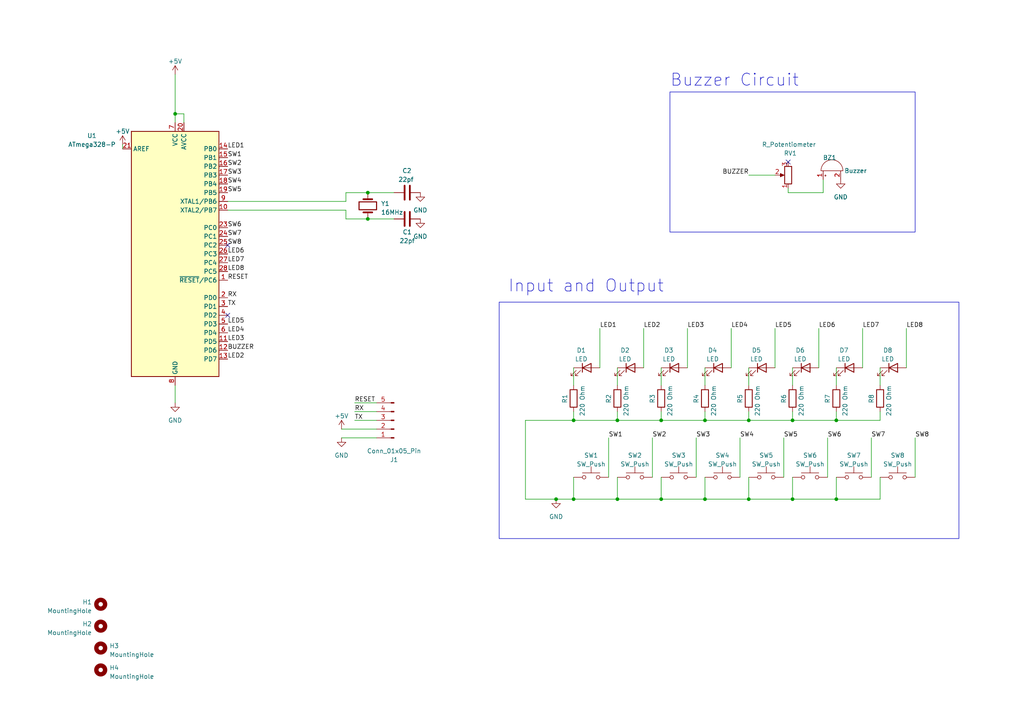
<source format=kicad_sch>
(kicad_sch (version 20230121) (generator eeschema)
  (paper "A4")
  (lib_symbols
    (symbol "Connector:Conn_01x05_Pin" (pin_names (offset 1.016) hide)
      (property "Reference" "J" (at 0 7.62 0))
      (property "Value" "Conn_01x05_Pin" (at 0 -7.62 0))
      (symbol "Conn_01x05_Pin_1_1"
        (polyline (pts (xy 1.27 -5.08) (xy 0.8636 -5.08)) (stroke (width 0.1524)))
        (polyline (pts (xy 1.27 -2.54) (xy 0.8636 -2.54)) (stroke (width 0.1524)))
        (polyline (pts (xy 1.27 0) (xy 0.8636 0)) (stroke (width 0.1524)))
        (polyline (pts (xy 1.27 2.54) (xy 0.8636 2.54)) (stroke (width 0.1524)))
        (polyline (pts (xy 1.27 5.08) (xy 0.8636 5.08)) (stroke (width 0.1524)))
        (rectangle (start 0.8636 -4.953) (end 0 -5.207) (stroke (width 0.1524)) (fill (type outline)))
        (rectangle (start 0.8636 -2.413) (end 0 -2.667) (stroke (width 0.1524)) (fill (type outline)))
        (rectangle (start 0.8636 0.127) (end 0 -0.127) (stroke (width 0.1524)) (fill (type outline)))
        (rectangle (start 0.8636 2.667) (end 0 2.413) (stroke (width 0.1524)) (fill (type outline)))
        (rectangle (start 0.8636 5.207) (end 0 4.953) (stroke (width 0.1524)) (fill (type outline)))
        (pin passive line (at 5.08 5.08 180) (length 3.81) (name "Pin_1") (number "1"))
        (pin passive line (at 5.08 2.54 180) (length 3.81) (name "Pin_2") (number "2"))
        (pin passive line (at 5.08 0 180) (length 3.81) (name "Pin_3") (number "3"))
        (pin passive line (at 5.08 -2.54 180) (length 3.81) (name "Pin_4") (number "4"))
        (pin passive line (at 5.08 -5.08 180) (length 3.81) (name "Pin_5") (number "5"))
      )
    )
    (symbol "Device:Buzzer" (pin_names (offset 0.0254) hide)
      (property "Reference" "BZ" (at 3.81 1.27 0))
      (property "Value" "Buzzer" (at 3.81 -1.27 0))
      (symbol "Buzzer_0_1"
        (arc (start 0 -3.175) (mid 3.1612 0) (end 0 3.175))
        (polyline (pts (xy -1.651 1.905) (xy -1.143 1.905)))
        (polyline (pts (xy -1.397 2.159) (xy -1.397 1.651)))
        (polyline (pts (xy 0 3.175) (xy 0 -3.175)))
      )
      (symbol "Buzzer_1_1"
        (pin passive line (at -2.54 2.54 0) (length 2.54) (name "-") (number "1"))
        (pin passive line (at -2.54 -2.54 0) (length 2.54) (name "+") (number "2"))
      )
    )
    (symbol "Device:C" (pin_numbers hide) (pin_names (offset 0.254))
      (property "Reference" "C" (at 0.635 2.54 0))
      (property "Value" "C" (at 0.635 -2.54 0))
      (symbol "C_0_1"
        (polyline (pts (xy -2.032 -0.762) (xy 2.032 -0.762)) (stroke (width 0.508)))
        (polyline (pts (xy -2.032 0.762) (xy 2.032 0.762)) (stroke (width 0.508)))
      )
      (symbol "C_1_1"
        (pin passive line (at 0 3.81 270) (length 2.794) (name "~") (number "1"))
        (pin passive line (at 0 -3.81 90) (length 2.794) (name "~") (number "2"))
      )
    )
    (symbol "Device:Crystal" (pin_numbers hide) (pin_names (offset 1.016) hide)
      (property "Reference" "Y" (at 0 3.81 0))
      (property "Value" "Crystal" (at 0 -3.81 0))
      (symbol "Crystal_0_1"
        (rectangle (start -1.143 2.54) (end 1.143 -2.54) (stroke (width 0.3048)))
        (polyline (pts (xy -2.54 0) (xy -1.905 0)))
        (polyline (pts (xy -1.905 -1.27) (xy -1.905 1.27)) (stroke (width 0.508)))
        (polyline (pts (xy 1.905 -1.27) (xy 1.905 1.27)) (stroke (width 0.508)))
        (polyline (pts (xy 2.54 0) (xy 1.905 0)))
      )
      (symbol "Crystal_1_1"
        (pin passive line (at -3.81 0 0) (length 1.27) (name "1") (number "1"))
        (pin passive line (at 3.81 0 180) (length 1.27) (name "2") (number "2"))
      )
    )
    (symbol "Device:LED" (pin_numbers hide) (pin_names (offset 1.016) hide)
      (property "Reference" "D" (at 0 2.54 0))
      (property "Value" "LED" (at 0 -2.54 0))
      (symbol "LED_0_1"
        (polyline (pts (xy -1.27 -1.27) (xy -1.27 1.27)) (stroke (width 0.254)))
        (polyline (pts (xy -1.27 0) (xy 1.27 0)))
        (polyline (pts (xy 1.27 -1.27) (xy 1.27 1.27) (xy -1.27 0) (xy 1.27 -1.27)) (stroke (width 0.254)))
        (polyline (pts (xy -3.048 -0.762) (xy -4.572 -2.286) (xy -3.81 -2.286) (xy -4.572 -2.286) (xy -4.572 -1.524)))
        (polyline (pts (xy -1.778 -0.762) (xy -3.302 -2.286) (xy -2.54 -2.286) (xy -3.302 -2.286) (xy -3.302 -1.524)))
      )
      (symbol "LED_1_1"
        (pin passive line (at -3.81 0 0) (length 2.54) (name "K") (number "1"))
        (pin passive line (at 3.81 0 180) (length 2.54) (name "A") (number "2"))
      )
    )
    (symbol "Device:R" (pin_numbers hide) (pin_names (offset 0))
      (property "Reference" "R" (at 2.032 0 90))
      (property "Value" "R" (at 0 0 90))
      (symbol "R_0_1"
        (rectangle (start -1.016 -2.54) (end 1.016 2.54) (stroke (width 0.254)))
      )
      (symbol "R_1_1"
        (pin passive line (at 0 3.81 270) (length 1.27) (name "~") (number "1"))
        (pin passive line (at 0 -3.81 90) (length 1.27) (name "~") (number "2"))
      )
    )
    (symbol "Device:R_Potentiometer" (pin_names (offset 1.016) hide)
      (property "Reference" "RV" (at -4.445 0 90))
      (property "Value" "R_Potentiometer" (at -2.54 0 90))
      (symbol "R_Potentiometer_0_1"
        (polyline (pts (xy 2.54 0) (xy 1.524 0)))
        (polyline (pts (xy 1.143 0) (xy 2.286 0.508) (xy 2.286 -0.508) (xy 1.143 0)) (fill (type outline)))
        (rectangle (start 1.016 2.54) (end -1.016 -2.54) (stroke (width 0.254)))
      )
      (symbol "R_Potentiometer_1_1"
        (pin passive line (at 0 3.81 270) (length 1.27) (name "1") (number "1"))
        (pin passive line (at 3.81 0 180) (length 1.27) (name "2") (number "2"))
        (pin passive line (at 0 -3.81 90) (length 1.27) (name "3") (number "3"))
      )
    )
    (symbol "MCU_Microchip_ATmega:ATmega328-P"
      (property "Reference" "U" (at -12.7 36.83 0))
      (property "Value" "ATmega328-P" (at 2.54 -36.83 0))
      (symbol "ATmega328-P_0_1"
        (rectangle (start -12.7 -35.56) (end 12.7 35.56) (stroke (width 0.254)) (fill (type background)))
      )
      (symbol "ATmega328-P_1_1"
        (pin bidirectional line (at 15.24 -7.62 180) (length 2.54) (name "~{RESET}/PC6") (number "1"))
        (pin bidirectional line (at 15.24 12.7 180) (length 2.54) (name "XTAL2/PB7") (number "10"))
        (pin bidirectional line (at 15.24 -25.4 180) (length 2.54) (name "PD5") (number "11"))
        (pin bidirectional line (at 15.24 -27.94 180) (length 2.54) (name "PD6") (number "12"))
        (pin bidirectional line (at 15.24 -30.48 180) (length 2.54) (name "PD7") (number "13"))
        (pin bidirectional line (at 15.24 30.48 180) (length 2.54) (name "PB0") (number "14"))
        (pin bidirectional line (at 15.24 27.94 180) (length 2.54) (name "PB1") (number "15"))
        (pin bidirectional line (at 15.24 25.4 180) (length 2.54) (name "PB2") (number "16"))
        (pin bidirectional line (at 15.24 22.86 180) (length 2.54) (name "PB3") (number "17"))
        (pin bidirectional line (at 15.24 20.32 180) (length 2.54) (name "PB4") (number "18"))
        (pin bidirectional line (at 15.24 17.78 180) (length 2.54) (name "PB5") (number "19"))
        (pin bidirectional line (at 15.24 -12.7 180) (length 2.54) (name "PD0") (number "2"))
        (pin power_in line (at 2.54 38.1 270) (length 2.54) (name "AVCC") (number "20"))
        (pin passive line (at -15.24 30.48 0) (length 2.54) (name "AREF") (number "21"))
        (pin passive line (at 0 -38.1 90) (length 2.54) hide (name "GND") (number "22"))
        (pin bidirectional line (at 15.24 7.62 180) (length 2.54) (name "PC0") (number "23"))
        (pin bidirectional line (at 15.24 5.08 180) (length 2.54) (name "PC1") (number "24"))
        (pin bidirectional line (at 15.24 2.54 180) (length 2.54) (name "PC2") (number "25"))
        (pin bidirectional line (at 15.24 0 180) (length 2.54) (name "PC3") (number "26"))
        (pin bidirectional line (at 15.24 -2.54 180) (length 2.54) (name "PC4") (number "27"))
        (pin bidirectional line (at 15.24 -5.08 180) (length 2.54) (name "PC5") (number "28"))
        (pin bidirectional line (at 15.24 -15.24 180) (length 2.54) (name "PD1") (number "3"))
        (pin bidirectional line (at 15.24 -17.78 180) (length 2.54) (name "PD2") (number "4"))
        (pin bidirectional line (at 15.24 -20.32 180) (length 2.54) (name "PD3") (number "5"))
        (pin bidirectional line (at 15.24 -22.86 180) (length 2.54) (name "PD4") (number "6"))
        (pin power_in line (at 0 38.1 270) (length 2.54) (name "VCC") (number "7"))
        (pin power_in line (at 0 -38.1 90) (length 2.54) (name "GND") (number "8"))
        (pin bidirectional line (at 15.24 15.24 180) (length 2.54) (name "XTAL1/PB6") (number "9"))
      )
    )
    (symbol "Mechanical:MountingHole" (pin_names (offset 1.016))
      (property "Reference" "H" (at 0 5.08 0))
      (property "Value" "MountingHole" (at 0 3.175 0))
      (symbol "MountingHole_0_1"
        (circle (center 0 0) (radius 1.27) (stroke (width 1.27)))
      )
    )
    (symbol "Switch:SW_Push" (pin_numbers hide) (pin_names (offset 1.016) hide)
      (property "Reference" "SW" (at 1.27 2.54 0))
      (property "Value" "SW_Push" (at 0 -1.524 0))
      (symbol "SW_Push_0_1"
        (circle (center -2.032 0) (radius 0.508))
        (polyline (pts (xy 0 1.27) (xy 0 3.048)))
        (polyline (pts (xy 2.54 1.27) (xy -2.54 1.27)))
        (circle (center 2.032 0) (radius 0.508))
        (pin passive line (at -5.08 0 0) (length 2.54) (name "1") (number "1"))
        (pin passive line (at 5.08 0 180) (length 2.54) (name "2") (number "2"))
      )
    )
    (symbol "power:+5V" (power) (pin_names (offset 0))
      (property "Value" "+5V" (at 0 3.556 0))
      (symbol "+5V_0_1"
        (polyline (pts (xy -0.762 1.27) (xy 0 2.54)))
        (polyline (pts (xy 0 0) (xy 0 2.54)))
        (polyline (pts (xy 0 2.54) (xy 0.762 1.27)))
      )
      (symbol "+5V_1_1"
        (pin power_in line (at 0 0 90) (length 0) hide (name "+5V") (number "1"))
      )
    )
    (symbol "power:GND" (power) (pin_names (offset 0))
      (property "Value" "GND" (at 0 -3.81 0))
      (symbol "GND_0_1"
        (polyline (pts (xy 0 0) (xy 0 -1.27) (xy 1.27 -1.27) (xy 0 -2.54) (xy -1.27 -1.27) (xy 0 -1.27)))
      )
      (symbol "GND_1_1"
        (pin power_in line (at 0 0 270) (length 0) hide (name "GND") (number "1"))
      )
    )
  )
  (junction (at 229.87 144.78))
  (junction (at 204.47 144.78))
  (junction (at 106.68 63.5))
  (junction (at 217.17 121.92))
  (junction (at 191.77 144.78))
  (junction (at 191.77 121.92))
  (junction (at 166.37 121.92))
  (junction (at 179.07 144.78))
  (junction (at 217.17 144.78))
  (junction (at 50.8 33.02))
  (junction (at 161.29 144.78))
  (junction (at 106.68 55.88))
  (junction (at 242.57 121.92))
  (junction (at 229.87 121.92))
  (junction (at 242.57 144.78))
  (junction (at 166.37 144.78))
  (junction (at 179.07 121.92))
  (junction (at 204.47 121.92))
  (no_connect (at 66.04 71.12))
  (no_connect (at 228.6 46.99))
  (no_connect (at 66.04 91.44))
  (wire (pts (xy 166.37 119.38) (xy 166.37 121.92)))
  (wire (pts (xy 102.87 121.92) (xy 109.22 121.92)))
  (wire (pts (xy 238.76 55.88) (xy 238.76 52.07)))
  (wire (pts (xy 229.87 106.68) (xy 229.87 111.76)))
  (wire (pts (xy 242.57 138.43) (xy 242.57 144.78)))
  (wire (pts (xy 228.6 55.88) (xy 238.76 55.88)))
  (wire (pts (xy 204.47 121.92) (xy 217.17 121.92)))
  (wire (pts (xy 176.53 127) (xy 176.53 138.43)))
  (wire (pts (xy 109.22 124.46) (xy 99.06 124.46)))
  (wire (pts (xy 186.69 95.25) (xy 186.69 106.68)))
  (wire (pts (xy 204.47 106.68) (xy 204.47 111.76)))
  (wire (pts (xy 35.56 41.91) (xy 35.56 43.18)))
  (wire (pts (xy 191.77 144.78) (xy 204.47 144.78)))
  (wire (pts (xy 252.73 127) (xy 252.73 138.43)))
  (wire (pts (xy 66.04 58.42) (xy 100.33 58.42)))
  (wire (pts (xy 106.68 55.88) (xy 114.3 55.88)))
  (wire (pts (xy 99.06 127) (xy 109.22 127)))
  (wire (pts (xy 255.27 138.43) (xy 255.27 144.78)))
  (wire (pts (xy 161.29 144.78) (xy 166.37 144.78)))
  (wire (pts (xy 50.8 33.02) (xy 50.8 35.56)))
  (wire (pts (xy 204.47 119.38) (xy 204.47 121.92)))
  (wire (pts (xy 201.93 127) (xy 201.93 138.43)))
  (wire (pts (xy 217.17 144.78) (xy 229.87 144.78)))
  (wire (pts (xy 100.33 60.96) (xy 100.33 63.5)))
  (wire (pts (xy 152.4 144.78) (xy 161.29 144.78)))
  (wire (pts (xy 250.19 95.25) (xy 250.19 106.68)))
  (wire (pts (xy 100.33 55.88) (xy 106.68 55.88)))
  (wire (pts (xy 106.68 63.5) (xy 114.3 63.5)))
  (wire (pts (xy 224.79 50.8) (xy 217.17 50.8)))
  (wire (pts (xy 189.23 127) (xy 189.23 138.43)))
  (wire (pts (xy 214.63 138.43) (xy 214.63 127)))
  (wire (pts (xy 237.49 106.68) (xy 237.49 95.25)))
  (wire (pts (xy 191.77 138.43) (xy 191.77 144.78)))
  (wire (pts (xy 102.87 116.84) (xy 109.22 116.84)))
  (wire (pts (xy 179.07 138.43) (xy 179.07 144.78)))
  (wire (pts (xy 229.87 138.43) (xy 229.87 144.78)))
  (wire (pts (xy 179.07 106.68) (xy 179.07 111.76)))
  (wire (pts (xy 191.77 121.92) (xy 204.47 121.92)))
  (wire (pts (xy 199.39 95.25) (xy 199.39 106.68)))
  (wire (pts (xy 229.87 121.92) (xy 242.57 121.92)))
  (wire (pts (xy 152.4 121.92) (xy 166.37 121.92)))
  (wire (pts (xy 66.04 60.96) (xy 100.33 60.96)))
  (wire (pts (xy 179.07 119.38) (xy 179.07 121.92)))
  (wire (pts (xy 53.34 35.56) (xy 53.34 33.02)))
  (wire (pts (xy 102.87 119.38) (xy 109.22 119.38)))
  (wire (pts (xy 212.09 95.25) (xy 212.09 106.68)))
  (wire (pts (xy 255.27 119.38) (xy 255.27 121.92)))
  (wire (pts (xy 229.87 119.38) (xy 229.87 121.92)))
  (wire (pts (xy 242.57 144.78) (xy 255.27 144.78)))
  (wire (pts (xy 228.6 54.61) (xy 228.6 55.88)))
  (wire (pts (xy 242.57 119.38) (xy 242.57 121.92)))
  (wire (pts (xy 191.77 119.38) (xy 191.77 121.92)))
  (wire (pts (xy 100.33 63.5) (xy 106.68 63.5)))
  (wire (pts (xy 166.37 138.43) (xy 166.37 144.78)))
  (wire (pts (xy 50.8 21.59) (xy 50.8 33.02)))
  (wire (pts (xy 204.47 138.43) (xy 204.47 144.78)))
  (wire (pts (xy 255.27 106.68) (xy 255.27 111.76)))
  (wire (pts (xy 179.07 144.78) (xy 166.37 144.78)))
  (wire (pts (xy 227.33 127) (xy 227.33 138.43)))
  (wire (pts (xy 100.33 58.42) (xy 100.33 55.88)))
  (wire (pts (xy 240.03 127) (xy 240.03 138.43)))
  (wire (pts (xy 50.8 116.84) (xy 50.8 111.76)))
  (wire (pts (xy 224.79 95.25) (xy 224.79 106.68)))
  (wire (pts (xy 173.99 95.25) (xy 173.99 106.68)))
  (wire (pts (xy 179.07 121.92) (xy 191.77 121.92)))
  (wire (pts (xy 191.77 106.68) (xy 191.77 111.76)))
  (wire (pts (xy 179.07 144.78) (xy 191.77 144.78)))
  (wire (pts (xy 217.17 121.92) (xy 229.87 121.92)))
  (wire (pts (xy 262.89 95.25) (xy 262.89 106.68)))
  (wire (pts (xy 204.47 144.78) (xy 217.17 144.78)))
  (wire (pts (xy 152.4 121.92) (xy 152.4 144.78)))
  (wire (pts (xy 242.57 121.92) (xy 255.27 121.92)))
  (wire (pts (xy 229.87 144.78) (xy 242.57 144.78)))
  (wire (pts (xy 166.37 106.68) (xy 166.37 111.76)))
  (wire (pts (xy 242.57 106.68) (xy 242.57 111.76)))
  (wire (pts (xy 217.17 138.43) (xy 217.17 144.78)))
  (wire (pts (xy 217.17 119.38) (xy 217.17 121.92)))
  (wire (pts (xy 50.8 33.02) (xy 53.34 33.02)))
  (wire (pts (xy 166.37 121.92) (xy 179.07 121.92)))
  (wire (pts (xy 217.17 106.68) (xy 217.17 111.76)))
  (wire (pts (xy 265.43 127) (xy 265.43 138.43)))
  (rectangle (start 144.78 87.63) (end 278.13 156.21))
  (rectangle (start 194.31 26.67) (end 265.43 67.31))
  (text "Input and Output" (at 147.32 85.09 0) (effects (font (size 3.5 3.5)) (justify left bottom)))
  (text "Buzzer Circuit " (at 194.31 25.4 0) (effects (font (size 3.5 3.5)) (justify left bottom)))
  (label "SW6" (at 66.04 66.04 0))
  (label "LED8" (at 66.04 78.74 0))
  (label "LED7" (at 250.19 95.25 0))
  (label "SW7" (at 66.04 68.58 0))
  (label "SW5" (at 227.33 127 0))
  (label "TX" (at 66.04 88.9 0))
  (label "RESET" (at 102.87 116.84 0))
  (label "SW1" (at 176.53 127 0))
  (label "BUZZER" (at 217.17 50.8 180))
  (label "LED7" (at 66.04 76.2 0))
  (label "RX" (at 102.87 119.38 0))
  (label "SW5" (at 66.04 55.88 0))
  (label "LED8" (at 262.89 95.25 0))
  (label "SW8" (at 265.43 127 0))
  (label "LED2" (at 66.04 104.14 0))
  (label "RESET" (at 66.04 81.28 0))
  (label "SW1" (at 66.04 45.72 0))
  (label "TX" (at 102.87 121.92 0))
  (label "SW3" (at 66.04 50.8 0))
  (label "LED2" (at 186.69 95.25 0))
  (label "SW6" (at 240.03 127 0))
  (label "SW4" (at 214.63 127 0))
  (label "LED1" (at 66.04 43.18 0))
  (label "LED5" (at 224.79 95.25 0))
  (label "LED4" (at 212.09 95.25 0))
  (label "SW8" (at 66.04 71.12 0))
  (label "LED5" (at 66.04 93.98 0))
  (label "BUZZER" (at 66.04 101.6 0))
  (label "LED3" (at 199.39 95.25 0))
  (label "SW2" (at 66.04 48.26 0))
  (label "SW3" (at 201.93 127 0))
  (label "SW2" (at 189.23 127 0))
  (label "LED3" (at 66.04 99.06 0))
  (label "LED1" (at 173.99 95.25 0))
  (label "RX" (at 66.04 86.36 0))
  (label "SW7" (at 252.73 127 0))
  (label "SW4" (at 66.04 53.34 0))
  (label "LED6" (at 237.49 95.25 0))
  (label "LED4" (at 66.04 96.52 0))
  (label "LED6" (at 66.04 73.66 0))
  (symbol (lib_id "Mechanical:MountingHole") (at 29.21 187.96 0) (unit 1)
    (property "Reference" "H3" (at 31.75 187.325 0) (effects (justify left)))
    (property "Value" "MountingHole" (at 31.75 189.865 0) (effects (justify left)))
    (property "Footprint" "MountingHole:MountingHole_2.5mm_Pad" (effects hide))
  )
  (symbol (lib_id "Device:LED") (at 208.28 106.68 0) (unit 1)
    (property "Reference" "D4" (at 206.6925 101.6 0))
    (property "Value" "LED" (at 206.6925 104.14 0))
    (property "Footprint" "LED_THT:LED_D3.0mm" (effects hide))
  )
  (symbol (lib_id "Switch:SW_Push") (at 184.15 138.43 0) (unit 1)
    (property "Reference" "SW2" (at 184.15 132.08 0))
    (property "Value" "SW_Push" (at 184.15 134.62 0))
    (property "Footprint" "Button_Switch_THT:SW_PUSH_6mm" (effects hide))
  )
  (symbol (lib_id "power:GND") (at 121.92 63.5 0) (unit 1)
    (property "Reference" "#PWR011" (effects hide))
    (property "Value" "GND" (at 121.92 68.58 0))
  )
  (symbol (lib_id "power:GND") (at 121.92 55.88 0) (unit 1)
    (property "Reference" "#PWR010" (effects hide))
    (property "Value" "GND" (at 121.92 60.96 0))
  )
  (symbol (lib_id "Device:Crystal") (at 106.68 59.69 90) (unit 1)
    (property "Reference" "Y1" (at 110.49 59.055 90) (effects (justify right)))
    (property "Value" "16MHz " (at 110.49 61.595 90) (effects (justify right)))
    (property "Footprint" "Crystal:Crystal_HC49-4H_Vertical" (effects hide))
  )
  (symbol (lib_id "Device:R") (at 204.47 115.57 180) (unit 1)
    (property "Reference" "R4" (at 201.93 114.3 90) (effects (justify left)))
    (property "Value" "220 Ohm" (at 207.01 111.76 90) (effects (justify left)))
    (property "Footprint" "Resistor_THT:R_Axial_DIN0204_L3.6mm_D1.6mm_P7.62mm_Horizontal" (effects hide))
  )
  (symbol (lib_id "power:GND") (at 99.06 127 0) (unit 1)
    (property "Reference" "#PWR09" (effects hide))
    (property "Value" "GND" (at 99.06 132.08 0))
  )
  (symbol (lib_id "Device:R") (at 255.27 115.57 180) (unit 1)
    (property "Reference" "R8" (at 252.73 114.3 90) (effects (justify left)))
    (property "Value" "220 Ohm" (at 257.81 111.76 90) (effects (justify left)))
    (property "Footprint" "Resistor_THT:R_Axial_DIN0204_L3.6mm_D1.6mm_P7.62mm_Horizontal" (effects hide))
  )
  (symbol (lib_id "Device:Buzzer") (at 241.3 49.53 90) (unit 1)
    (property "Reference" "BZ1" (at 242.57 45.72 90) (effects (justify left)))
    (property "Value" "Buzzer" (at 251.46 49.53 90) (effects (justify left)))
    (property "Footprint" "Buzzer_Beeper:Buzzer_12x9.5RM7.6" (effects hide))
  )
  (symbol (lib_id "Device:LED") (at 259.08 106.68 0) (unit 1)
    (property "Reference" "D8" (at 257.4925 101.6 0))
    (property "Value" "LED" (at 257.4925 104.14 0))
    (property "Footprint" "LED_THT:LED_D3.0mm" (effects hide))
  )
  (symbol (lib_id "Switch:SW_Push") (at 196.85 138.43 0) (unit 1)
    (property "Reference" "SW3" (at 196.85 132.08 0))
    (property "Value" "SW_Push" (at 196.85 134.62 0))
    (property "Footprint" "Button_Switch_THT:SW_PUSH_6mm" (effects hide))
  )
  (symbol (lib_id "power:+5V") (at 99.06 124.46 0) (unit 1)
    (property "Reference" "#PWR08" (effects hide))
    (property "Value" "+5V" (at 99.06 120.65 0))
  )
  (symbol (lib_id "Device:R") (at 229.87 115.57 180) (unit 1)
    (property "Reference" "R6" (at 227.33 114.3 90) (effects (justify left)))
    (property "Value" "220 Ohm" (at 232.41 111.76 90) (effects (justify left)))
    (property "Footprint" "Resistor_THT:R_Axial_DIN0204_L3.6mm_D1.6mm_P7.62mm_Horizontal" (effects hide))
  )
  (symbol (lib_id "Device:LED") (at 246.38 106.68 0) (unit 1)
    (property "Reference" "D7" (at 244.7925 101.6 0))
    (property "Value" "LED" (at 244.7925 104.14 0))
    (property "Footprint" "LED_THT:LED_D3.0mm" (effects hide))
  )
  (symbol (lib_id "Switch:SW_Push") (at 260.35 138.43 0) (unit 1)
    (property "Reference" "SW8" (at 260.35 132.08 0))
    (property "Value" "SW_Push" (at 260.35 134.62 0))
    (property "Footprint" "Button_Switch_THT:SW_PUSH_6mm" (effects hide))
  )
  (symbol (lib_id "Switch:SW_Push") (at 234.95 138.43 0) (unit 1)
    (property "Reference" "SW6" (at 234.95 132.08 0))
    (property "Value" "SW_Push" (at 234.95 134.62 0))
    (property "Footprint" "Button_Switch_THT:SW_PUSH_6mm" (effects hide))
  )
  (symbol (lib_id "power:GND") (at 50.8 116.84 0) (unit 1)
    (property "Reference" "#PWR02" (effects hide))
    (property "Value" "GND" (at 50.8 121.92 0))
  )
  (symbol (lib_id "Device:LED") (at 182.88 106.68 0) (unit 1)
    (property "Reference" "D2" (at 181.2925 101.6 0))
    (property "Value" "LED" (at 181.2925 104.14 0))
    (property "Footprint" "LED_THT:LED_D3.0mm" (effects hide))
  )
  (symbol (lib_id "Device:LED") (at 233.68 106.68 0) (unit 1)
    (property "Reference" "D6" (at 232.0925 101.6 0))
    (property "Value" "LED" (at 232.0925 104.14 0))
    (property "Footprint" "LED_THT:LED_D3.0mm" (effects hide))
  )
  (symbol (lib_id "MCU_Microchip_ATmega:ATmega328-P") (at 50.8 73.66 0) (unit 1)
    (property "Reference" "U1" (at 26.67 39.37 0))
    (property "Value" "ATmega328-P" (at 26.67 41.91 0))
    (property "Footprint" "Package_DIP:DIP-28_W7.62mm" (effects hide))
    (property "Datasheet" "http://ww1.microchip.com/downloads/en/DeviceDoc/ATmega328_P%20AVR%20MCU%20with%20picoPower%20Technology%20Data%20Sheet%2040001984A.pdf" (effects hide))
  )
  (symbol (lib_id "Device:R_Potentiometer") (at 228.6 50.8 180) (unit 1)
    (property "Reference" "RV1" (at 227.33 44.45 0) (effects (justify right)))
    (property "Value" "R_Potentiometer" (at 220.98 41.91 0) (effects (justify right)))
    (property "Footprint" "Potentiometer_THT:Potentiometer_ACP_CA9-H5_Horizontal" (effects hide))
  )
  (symbol (lib_id "Device:LED") (at 195.58 106.68 0) (unit 1)
    (property "Reference" "D3" (at 193.9925 101.6 0))
    (property "Value" "LED" (at 193.9925 104.14 0))
    (property "Footprint" "LED_THT:LED_D3.0mm" (effects hide))
  )
  (symbol (lib_id "Device:LED") (at 170.18 106.68 0) (unit 1)
    (property "Reference" "D1" (at 168.5925 101.6 0))
    (property "Value" "LED" (at 168.5925 104.14 0))
    (property "Footprint" "LED_THT:LED_D3.0mm" (effects hide))
  )
  (symbol (lib_id "power:+5V") (at 50.8 21.59 0) (unit 1)
    (property "Reference" "#PWR03" (effects hide))
    (property "Value" "+5V" (at 50.8 17.78 0))
  )
  (symbol (lib_id "Mechanical:MountingHole") (at 29.21 181.61 0) (mirror y) (unit 1)
    (property "Reference" "H2" (at 26.67 180.975 0) (effects (justify left)))
    (property "Value" "MountingHole" (at 26.67 183.515 0) (effects (justify left)))
    (property "Footprint" "MountingHole:MountingHole_2.5mm_Pad" (effects hide))
  )
  (symbol (lib_id "Switch:SW_Push") (at 247.65 138.43 0) (unit 1)
    (property "Reference" "SW7" (at 247.65 132.08 0))
    (property "Value" "SW_Push" (at 247.65 134.62 0))
    (property "Footprint" "Button_Switch_THT:SW_PUSH_6mm" (effects hide))
  )
  (symbol (lib_id "Device:R") (at 217.17 115.57 180) (unit 1)
    (property "Reference" "R5" (at 214.63 114.3 90) (effects (justify left)))
    (property "Value" "220 Ohm" (at 219.71 111.76 90) (effects (justify left)))
    (property "Footprint" "Resistor_THT:R_Axial_DIN0204_L3.6mm_D1.6mm_P7.62mm_Horizontal" (effects hide))
  )
  (symbol (lib_id "Device:R") (at 242.57 115.57 180) (unit 1)
    (property "Reference" "R7" (at 240.03 114.3 90) (effects (justify left)))
    (property "Value" "220 Ohm" (at 245.11 111.76 90) (effects (justify left)))
    (property "Footprint" "Resistor_THT:R_Axial_DIN0204_L3.6mm_D1.6mm_P7.62mm_Horizontal" (effects hide))
  )
  (symbol (lib_id "Mechanical:MountingHole") (at 29.21 194.31 0) (unit 1)
    (property "Reference" "H4" (at 31.75 193.675 0) (effects (justify left)))
    (property "Value" "MountingHole" (at 31.75 196.215 0) (effects (justify left)))
    (property "Footprint" "MountingHole:MountingHole_2.5mm_Pad" (effects hide))
  )
  (symbol (lib_id "Device:LED") (at 220.98 106.68 0) (unit 1)
    (property "Reference" "D5" (at 219.3925 101.6 0))
    (property "Value" "LED" (at 219.3925 104.14 0))
    (property "Footprint" "LED_THT:LED_D3.0mm" (effects hide))
  )
  (symbol (lib_id "power:GND") (at 243.84 52.07 0) (unit 1)
    (property "Reference" "#PWR05" (effects hide))
    (property "Value" "GND" (at 243.84 57.15 0))
  )
  (symbol (lib_id "power:GND") (at 161.29 144.78 0) (unit 1)
    (property "Reference" "#PWR01" (effects hide))
    (property "Value" "GND" (at 161.29 149.86 0))
  )
  (symbol (lib_id "Switch:SW_Push") (at 171.45 138.43 0) (unit 1)
    (property "Reference" "SW1" (at 171.45 132.08 0))
    (property "Value" "SW_Push" (at 171.45 134.62 0))
    (property "Footprint" "Button_Switch_THT:SW_PUSH_6mm" (effects hide))
  )
  (symbol (lib_id "Device:C") (at 118.11 55.88 90) (unit 1)
    (property "Reference" "C2" (at 119.38 49.53 90) (effects (justify left)))
    (property "Value" "22pf" (at 120.015 52.07 90) (effects (justify left)))
    (property "Footprint" "Capacitor_THT:C_Disc_D5.0mm_W2.5mm_P2.50mm" (effects hide))
  )
  (symbol (lib_id "Mechanical:MountingHole") (at 29.21 175.26 0) (mirror y) (unit 1)
    (property "Reference" "H1" (at 26.67 174.625 0) (effects (justify left)))
    (property "Value" "MountingHole" (at 26.67 177.165 0) (effects (justify left)))
    (property "Footprint" "MountingHole:MountingHole_2.5mm_Pad" (effects hide))
  )
  (symbol (lib_id "Switch:SW_Push") (at 209.55 138.43 0) (unit 1)
    (property "Reference" "SW4" (at 209.55 132.08 0))
    (property "Value" "SW_Push" (at 209.55 134.62 0))
    (property "Footprint" "Button_Switch_THT:SW_PUSH_6mm" (effects hide))
  )
  (symbol (lib_id "Device:R") (at 191.77 115.57 180) (unit 1)
    (property "Reference" "R3" (at 189.23 114.3 90) (effects (justify left)))
    (property "Value" "220 Ohm" (at 194.31 111.76 90) (effects (justify left)))
    (property "Footprint" "Resistor_THT:R_Axial_DIN0204_L3.6mm_D1.6mm_P7.62mm_Horizontal" (effects hide))
  )
  (symbol (lib_id "power:+5V") (at 35.56 41.91 0) (unit 1)
    (property "Reference" "#PWR04" (effects hide))
    (property "Value" "+5V" (at 35.56 38.1 0))
  )
  (symbol (lib_id "Connector:Conn_01x05_Pin") (at 114.3 121.92 180) (unit 1)
    (property "Reference" "J1" (at 114.3 133.35 0))
    (property "Value" "Conn_01x05_Pin" (at 114.3 130.81 0))
    (property "Footprint" "Connector_PinHeader_2.54mm:PinHeader_1x05_P2.54mm_Vertical" (effects hide))
  )
  (symbol (lib_id "Device:R") (at 166.37 115.57 180) (unit 1)
    (property "Reference" "R1" (at 163.83 114.3 90) (effects (justify left)))
    (property "Value" "220 Ohm" (at 168.91 111.76 90) (effects (justify left)))
    (property "Footprint" "Resistor_THT:R_Axial_DIN0204_L3.6mm_D1.6mm_P7.62mm_Horizontal" (effects hide))
  )
  (symbol (lib_id "Switch:SW_Push") (at 222.25 138.43 0) (unit 1)
    (property "Reference" "SW5" (at 222.25 132.08 0))
    (property "Value" "SW_Push" (at 222.25 134.62 0))
    (property "Footprint" "Button_Switch_THT:SW_PUSH_6mm" (effects hide))
  )
  (symbol (lib_id "Device:R") (at 179.07 115.57 180) (unit 1)
    (property "Reference" "R2" (at 176.53 114.3 90) (effects (justify left)))
    (property "Value" "220 Ohm" (at 181.61 111.76 90) (effects (justify left)))
    (property "Footprint" "Resistor_THT:R_Axial_DIN0204_L3.6mm_D1.6mm_P7.62mm_Horizontal" (effects hide))
  )
  (symbol (lib_id "Device:C") (at 118.11 63.5 90) (unit 1)
    (property "Reference" "C1" (at 118.11 67.31 90))
    (property "Value" "22pf" (at 118.11 69.85 90))
    (property "Footprint" "Capacitor_THT:C_Disc_D5.0mm_W2.5mm_P2.50mm" (effects hide))
  )
)
</source>
